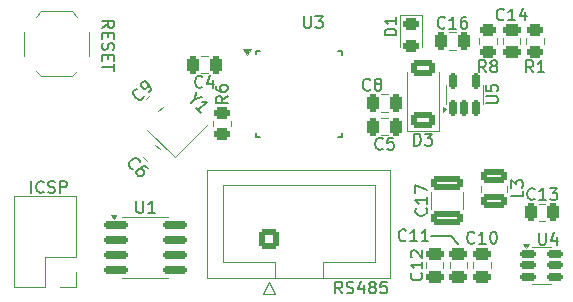
<source format=gto>
G04 #@! TF.GenerationSoftware,KiCad,Pcbnew,8.0.5*
G04 #@! TF.CreationDate,2024-09-14T16:18:36+01:00*
G04 #@! TF.ProjectId,RotationEncoder,526f7461-7469-46f6-9e45-6e636f646572,rev?*
G04 #@! TF.SameCoordinates,Original*
G04 #@! TF.FileFunction,Legend,Top*
G04 #@! TF.FilePolarity,Positive*
%FSLAX46Y46*%
G04 Gerber Fmt 4.6, Leading zero omitted, Abs format (unit mm)*
G04 Created by KiCad (PCBNEW 8.0.5) date 2024-09-14 16:18:36*
%MOMM*%
%LPD*%
G01*
G04 APERTURE LIST*
G04 Aperture macros list*
%AMRoundRect*
0 Rectangle with rounded corners*
0 $1 Rounding radius*
0 $2 $3 $4 $5 $6 $7 $8 $9 X,Y pos of 4 corners*
0 Add a 4 corners polygon primitive as box body*
4,1,4,$2,$3,$4,$5,$6,$7,$8,$9,$2,$3,0*
0 Add four circle primitives for the rounded corners*
1,1,$1+$1,$2,$3*
1,1,$1+$1,$4,$5*
1,1,$1+$1,$6,$7*
1,1,$1+$1,$8,$9*
0 Add four rect primitives between the rounded corners*
20,1,$1+$1,$2,$3,$4,$5,0*
20,1,$1+$1,$4,$5,$6,$7,0*
20,1,$1+$1,$6,$7,$8,$9,0*
20,1,$1+$1,$8,$9,$2,$3,0*%
%AMRotRect*
0 Rectangle, with rotation*
0 The origin of the aperture is its center*
0 $1 length*
0 $2 width*
0 $3 Rotation angle, in degrees counterclockwise*
0 Add horizontal line*
21,1,$1,$2,0,0,$3*%
G04 Aperture macros list end*
%ADD10C,0.150000*%
%ADD11C,0.120000*%
%ADD12RoundRect,0.250000X-0.250000X-0.475000X0.250000X-0.475000X0.250000X0.475000X-0.250000X0.475000X0*%
%ADD13RoundRect,0.250000X-0.475000X0.250000X-0.475000X-0.250000X0.475000X-0.250000X0.475000X0.250000X0*%
%ADD14RoundRect,0.243750X-0.456250X0.243750X-0.456250X-0.243750X0.456250X-0.243750X0.456250X0.243750X0*%
%ADD15C,3.200000*%
%ADD16RoundRect,0.150000X-0.512500X-0.150000X0.512500X-0.150000X0.512500X0.150000X-0.512500X0.150000X0*%
%ADD17RoundRect,0.250000X0.850000X-0.375000X0.850000X0.375000X-0.850000X0.375000X-0.850000X-0.375000X0*%
%ADD18RoundRect,0.150000X-0.825000X-0.150000X0.825000X-0.150000X0.825000X0.150000X-0.825000X0.150000X0*%
%ADD19RoundRect,0.250000X0.600000X-0.600000X0.600000X0.600000X-0.600000X0.600000X-0.600000X-0.600000X0*%
%ADD20C,1.700000*%
%ADD21RoundRect,0.150000X0.150000X-0.512500X0.150000X0.512500X-0.150000X0.512500X-0.150000X-0.512500X0*%
%ADD22RoundRect,0.250000X-0.159099X0.512652X-0.512652X0.159099X0.159099X-0.512652X0.512652X-0.159099X0*%
%ADD23RoundRect,0.250000X0.250000X0.475000X-0.250000X0.475000X-0.250000X-0.475000X0.250000X-0.475000X0*%
%ADD24RoundRect,0.250000X0.475000X-0.250000X0.475000X0.250000X-0.475000X0.250000X-0.475000X-0.250000X0*%
%ADD25RoundRect,0.250000X-0.450000X0.262500X-0.450000X-0.262500X0.450000X-0.262500X0.450000X0.262500X0*%
%ADD26RoundRect,0.250000X0.512652X0.159099X0.159099X0.512652X-0.512652X-0.159099X-0.159099X-0.512652X0*%
%ADD27R,1.600000X0.550000*%
%ADD28R,0.550000X1.600000*%
%ADD29RoundRect,0.250000X0.800000X-0.450000X0.800000X0.450000X-0.800000X0.450000X-0.800000X-0.450000X0*%
%ADD30RoundRect,0.250000X0.450000X-0.262500X0.450000X0.262500X-0.450000X0.262500X-0.450000X-0.262500X0*%
%ADD31RotRect,1.400000X1.200000X45.000000*%
%ADD32R,1.000000X0.750000*%
%ADD33R,1.700000X1.700000*%
%ADD34O,1.700000X1.700000*%
%ADD35RoundRect,0.250000X-1.100000X0.325000X-1.100000X-0.325000X1.100000X-0.325000X1.100000X0.325000X0*%
G04 APERTURE END LIST*
D10*
X157900000Y-99500000D02*
X158500000Y-100200000D01*
X156200000Y-99500000D02*
X157900000Y-99500000D01*
X128330180Y-81908207D02*
X128806371Y-81574874D01*
X128330180Y-81336779D02*
X129330180Y-81336779D01*
X129330180Y-81336779D02*
X129330180Y-81717731D01*
X129330180Y-81717731D02*
X129282561Y-81812969D01*
X129282561Y-81812969D02*
X129234942Y-81860588D01*
X129234942Y-81860588D02*
X129139704Y-81908207D01*
X129139704Y-81908207D02*
X128996847Y-81908207D01*
X128996847Y-81908207D02*
X128901609Y-81860588D01*
X128901609Y-81860588D02*
X128853990Y-81812969D01*
X128853990Y-81812969D02*
X128806371Y-81717731D01*
X128806371Y-81717731D02*
X128806371Y-81336779D01*
X128853990Y-82336779D02*
X128853990Y-82670112D01*
X128330180Y-82812969D02*
X128330180Y-82336779D01*
X128330180Y-82336779D02*
X129330180Y-82336779D01*
X129330180Y-82336779D02*
X129330180Y-82812969D01*
X128377800Y-83193922D02*
X128330180Y-83336779D01*
X128330180Y-83336779D02*
X128330180Y-83574874D01*
X128330180Y-83574874D02*
X128377800Y-83670112D01*
X128377800Y-83670112D02*
X128425419Y-83717731D01*
X128425419Y-83717731D02*
X128520657Y-83765350D01*
X128520657Y-83765350D02*
X128615895Y-83765350D01*
X128615895Y-83765350D02*
X128711133Y-83717731D01*
X128711133Y-83717731D02*
X128758752Y-83670112D01*
X128758752Y-83670112D02*
X128806371Y-83574874D01*
X128806371Y-83574874D02*
X128853990Y-83384398D01*
X128853990Y-83384398D02*
X128901609Y-83289160D01*
X128901609Y-83289160D02*
X128949228Y-83241541D01*
X128949228Y-83241541D02*
X129044466Y-83193922D01*
X129044466Y-83193922D02*
X129139704Y-83193922D01*
X129139704Y-83193922D02*
X129234942Y-83241541D01*
X129234942Y-83241541D02*
X129282561Y-83289160D01*
X129282561Y-83289160D02*
X129330180Y-83384398D01*
X129330180Y-83384398D02*
X129330180Y-83622493D01*
X129330180Y-83622493D02*
X129282561Y-83765350D01*
X128853990Y-84193922D02*
X128853990Y-84527255D01*
X128330180Y-84670112D02*
X128330180Y-84193922D01*
X128330180Y-84193922D02*
X129330180Y-84193922D01*
X129330180Y-84193922D02*
X129330180Y-84670112D01*
X129330180Y-84955827D02*
X129330180Y-85527255D01*
X128330180Y-85241541D02*
X129330180Y-85241541D01*
X148658207Y-104369819D02*
X148324874Y-103893628D01*
X148086779Y-104369819D02*
X148086779Y-103369819D01*
X148086779Y-103369819D02*
X148467731Y-103369819D01*
X148467731Y-103369819D02*
X148562969Y-103417438D01*
X148562969Y-103417438D02*
X148610588Y-103465057D01*
X148610588Y-103465057D02*
X148658207Y-103560295D01*
X148658207Y-103560295D02*
X148658207Y-103703152D01*
X148658207Y-103703152D02*
X148610588Y-103798390D01*
X148610588Y-103798390D02*
X148562969Y-103846009D01*
X148562969Y-103846009D02*
X148467731Y-103893628D01*
X148467731Y-103893628D02*
X148086779Y-103893628D01*
X149039160Y-104322200D02*
X149182017Y-104369819D01*
X149182017Y-104369819D02*
X149420112Y-104369819D01*
X149420112Y-104369819D02*
X149515350Y-104322200D01*
X149515350Y-104322200D02*
X149562969Y-104274580D01*
X149562969Y-104274580D02*
X149610588Y-104179342D01*
X149610588Y-104179342D02*
X149610588Y-104084104D01*
X149610588Y-104084104D02*
X149562969Y-103988866D01*
X149562969Y-103988866D02*
X149515350Y-103941247D01*
X149515350Y-103941247D02*
X149420112Y-103893628D01*
X149420112Y-103893628D02*
X149229636Y-103846009D01*
X149229636Y-103846009D02*
X149134398Y-103798390D01*
X149134398Y-103798390D02*
X149086779Y-103750771D01*
X149086779Y-103750771D02*
X149039160Y-103655533D01*
X149039160Y-103655533D02*
X149039160Y-103560295D01*
X149039160Y-103560295D02*
X149086779Y-103465057D01*
X149086779Y-103465057D02*
X149134398Y-103417438D01*
X149134398Y-103417438D02*
X149229636Y-103369819D01*
X149229636Y-103369819D02*
X149467731Y-103369819D01*
X149467731Y-103369819D02*
X149610588Y-103417438D01*
X150467731Y-103703152D02*
X150467731Y-104369819D01*
X150229636Y-103322200D02*
X149991541Y-104036485D01*
X149991541Y-104036485D02*
X150610588Y-104036485D01*
X151134398Y-103798390D02*
X151039160Y-103750771D01*
X151039160Y-103750771D02*
X150991541Y-103703152D01*
X150991541Y-103703152D02*
X150943922Y-103607914D01*
X150943922Y-103607914D02*
X150943922Y-103560295D01*
X150943922Y-103560295D02*
X150991541Y-103465057D01*
X150991541Y-103465057D02*
X151039160Y-103417438D01*
X151039160Y-103417438D02*
X151134398Y-103369819D01*
X151134398Y-103369819D02*
X151324874Y-103369819D01*
X151324874Y-103369819D02*
X151420112Y-103417438D01*
X151420112Y-103417438D02*
X151467731Y-103465057D01*
X151467731Y-103465057D02*
X151515350Y-103560295D01*
X151515350Y-103560295D02*
X151515350Y-103607914D01*
X151515350Y-103607914D02*
X151467731Y-103703152D01*
X151467731Y-103703152D02*
X151420112Y-103750771D01*
X151420112Y-103750771D02*
X151324874Y-103798390D01*
X151324874Y-103798390D02*
X151134398Y-103798390D01*
X151134398Y-103798390D02*
X151039160Y-103846009D01*
X151039160Y-103846009D02*
X150991541Y-103893628D01*
X150991541Y-103893628D02*
X150943922Y-103988866D01*
X150943922Y-103988866D02*
X150943922Y-104179342D01*
X150943922Y-104179342D02*
X150991541Y-104274580D01*
X150991541Y-104274580D02*
X151039160Y-104322200D01*
X151039160Y-104322200D02*
X151134398Y-104369819D01*
X151134398Y-104369819D02*
X151324874Y-104369819D01*
X151324874Y-104369819D02*
X151420112Y-104322200D01*
X151420112Y-104322200D02*
X151467731Y-104274580D01*
X151467731Y-104274580D02*
X151515350Y-104179342D01*
X151515350Y-104179342D02*
X151515350Y-103988866D01*
X151515350Y-103988866D02*
X151467731Y-103893628D01*
X151467731Y-103893628D02*
X151420112Y-103846009D01*
X151420112Y-103846009D02*
X151324874Y-103798390D01*
X152420112Y-103369819D02*
X151943922Y-103369819D01*
X151943922Y-103369819D02*
X151896303Y-103846009D01*
X151896303Y-103846009D02*
X151943922Y-103798390D01*
X151943922Y-103798390D02*
X152039160Y-103750771D01*
X152039160Y-103750771D02*
X152277255Y-103750771D01*
X152277255Y-103750771D02*
X152372493Y-103798390D01*
X152372493Y-103798390D02*
X152420112Y-103846009D01*
X152420112Y-103846009D02*
X152467731Y-103941247D01*
X152467731Y-103941247D02*
X152467731Y-104179342D01*
X152467731Y-104179342D02*
X152420112Y-104274580D01*
X152420112Y-104274580D02*
X152372493Y-104322200D01*
X152372493Y-104322200D02*
X152277255Y-104369819D01*
X152277255Y-104369819D02*
X152039160Y-104369819D01*
X152039160Y-104369819D02*
X151943922Y-104322200D01*
X151943922Y-104322200D02*
X151896303Y-104274580D01*
X122336779Y-95869819D02*
X122336779Y-94869819D01*
X123384397Y-95774580D02*
X123336778Y-95822200D01*
X123336778Y-95822200D02*
X123193921Y-95869819D01*
X123193921Y-95869819D02*
X123098683Y-95869819D01*
X123098683Y-95869819D02*
X122955826Y-95822200D01*
X122955826Y-95822200D02*
X122860588Y-95726961D01*
X122860588Y-95726961D02*
X122812969Y-95631723D01*
X122812969Y-95631723D02*
X122765350Y-95441247D01*
X122765350Y-95441247D02*
X122765350Y-95298390D01*
X122765350Y-95298390D02*
X122812969Y-95107914D01*
X122812969Y-95107914D02*
X122860588Y-95012676D01*
X122860588Y-95012676D02*
X122955826Y-94917438D01*
X122955826Y-94917438D02*
X123098683Y-94869819D01*
X123098683Y-94869819D02*
X123193921Y-94869819D01*
X123193921Y-94869819D02*
X123336778Y-94917438D01*
X123336778Y-94917438D02*
X123384397Y-94965057D01*
X123765350Y-95822200D02*
X123908207Y-95869819D01*
X123908207Y-95869819D02*
X124146302Y-95869819D01*
X124146302Y-95869819D02*
X124241540Y-95822200D01*
X124241540Y-95822200D02*
X124289159Y-95774580D01*
X124289159Y-95774580D02*
X124336778Y-95679342D01*
X124336778Y-95679342D02*
X124336778Y-95584104D01*
X124336778Y-95584104D02*
X124289159Y-95488866D01*
X124289159Y-95488866D02*
X124241540Y-95441247D01*
X124241540Y-95441247D02*
X124146302Y-95393628D01*
X124146302Y-95393628D02*
X123955826Y-95346009D01*
X123955826Y-95346009D02*
X123860588Y-95298390D01*
X123860588Y-95298390D02*
X123812969Y-95250771D01*
X123812969Y-95250771D02*
X123765350Y-95155533D01*
X123765350Y-95155533D02*
X123765350Y-95060295D01*
X123765350Y-95060295D02*
X123812969Y-94965057D01*
X123812969Y-94965057D02*
X123860588Y-94917438D01*
X123860588Y-94917438D02*
X123955826Y-94869819D01*
X123955826Y-94869819D02*
X124193921Y-94869819D01*
X124193921Y-94869819D02*
X124336778Y-94917438D01*
X124765350Y-95869819D02*
X124765350Y-94869819D01*
X124765350Y-94869819D02*
X125146302Y-94869819D01*
X125146302Y-94869819D02*
X125241540Y-94917438D01*
X125241540Y-94917438D02*
X125289159Y-94965057D01*
X125289159Y-94965057D02*
X125336778Y-95060295D01*
X125336778Y-95060295D02*
X125336778Y-95203152D01*
X125336778Y-95203152D02*
X125289159Y-95298390D01*
X125289159Y-95298390D02*
X125241540Y-95346009D01*
X125241540Y-95346009D02*
X125146302Y-95393628D01*
X125146302Y-95393628D02*
X124765350Y-95393628D01*
X152083333Y-92109580D02*
X152035714Y-92157200D01*
X152035714Y-92157200D02*
X151892857Y-92204819D01*
X151892857Y-92204819D02*
X151797619Y-92204819D01*
X151797619Y-92204819D02*
X151654762Y-92157200D01*
X151654762Y-92157200D02*
X151559524Y-92061961D01*
X151559524Y-92061961D02*
X151511905Y-91966723D01*
X151511905Y-91966723D02*
X151464286Y-91776247D01*
X151464286Y-91776247D02*
X151464286Y-91633390D01*
X151464286Y-91633390D02*
X151511905Y-91442914D01*
X151511905Y-91442914D02*
X151559524Y-91347676D01*
X151559524Y-91347676D02*
X151654762Y-91252438D01*
X151654762Y-91252438D02*
X151797619Y-91204819D01*
X151797619Y-91204819D02*
X151892857Y-91204819D01*
X151892857Y-91204819D02*
X152035714Y-91252438D01*
X152035714Y-91252438D02*
X152083333Y-91300057D01*
X152988095Y-91204819D02*
X152511905Y-91204819D01*
X152511905Y-91204819D02*
X152464286Y-91681009D01*
X152464286Y-91681009D02*
X152511905Y-91633390D01*
X152511905Y-91633390D02*
X152607143Y-91585771D01*
X152607143Y-91585771D02*
X152845238Y-91585771D01*
X152845238Y-91585771D02*
X152940476Y-91633390D01*
X152940476Y-91633390D02*
X152988095Y-91681009D01*
X152988095Y-91681009D02*
X153035714Y-91776247D01*
X153035714Y-91776247D02*
X153035714Y-92014342D01*
X153035714Y-92014342D02*
X152988095Y-92109580D01*
X152988095Y-92109580D02*
X152940476Y-92157200D01*
X152940476Y-92157200D02*
X152845238Y-92204819D01*
X152845238Y-92204819D02*
X152607143Y-92204819D01*
X152607143Y-92204819D02*
X152511905Y-92157200D01*
X152511905Y-92157200D02*
X152464286Y-92109580D01*
X162357142Y-81159580D02*
X162309523Y-81207200D01*
X162309523Y-81207200D02*
X162166666Y-81254819D01*
X162166666Y-81254819D02*
X162071428Y-81254819D01*
X162071428Y-81254819D02*
X161928571Y-81207200D01*
X161928571Y-81207200D02*
X161833333Y-81111961D01*
X161833333Y-81111961D02*
X161785714Y-81016723D01*
X161785714Y-81016723D02*
X161738095Y-80826247D01*
X161738095Y-80826247D02*
X161738095Y-80683390D01*
X161738095Y-80683390D02*
X161785714Y-80492914D01*
X161785714Y-80492914D02*
X161833333Y-80397676D01*
X161833333Y-80397676D02*
X161928571Y-80302438D01*
X161928571Y-80302438D02*
X162071428Y-80254819D01*
X162071428Y-80254819D02*
X162166666Y-80254819D01*
X162166666Y-80254819D02*
X162309523Y-80302438D01*
X162309523Y-80302438D02*
X162357142Y-80350057D01*
X163309523Y-81254819D02*
X162738095Y-81254819D01*
X163023809Y-81254819D02*
X163023809Y-80254819D01*
X163023809Y-80254819D02*
X162928571Y-80397676D01*
X162928571Y-80397676D02*
X162833333Y-80492914D01*
X162833333Y-80492914D02*
X162738095Y-80540533D01*
X164166666Y-80588152D02*
X164166666Y-81254819D01*
X163928571Y-80207200D02*
X163690476Y-80921485D01*
X163690476Y-80921485D02*
X164309523Y-80921485D01*
X153254819Y-82538094D02*
X152254819Y-82538094D01*
X152254819Y-82538094D02*
X152254819Y-82299999D01*
X152254819Y-82299999D02*
X152302438Y-82157142D01*
X152302438Y-82157142D02*
X152397676Y-82061904D01*
X152397676Y-82061904D02*
X152492914Y-82014285D01*
X152492914Y-82014285D02*
X152683390Y-81966666D01*
X152683390Y-81966666D02*
X152826247Y-81966666D01*
X152826247Y-81966666D02*
X153016723Y-82014285D01*
X153016723Y-82014285D02*
X153111961Y-82061904D01*
X153111961Y-82061904D02*
X153207200Y-82157142D01*
X153207200Y-82157142D02*
X153254819Y-82299999D01*
X153254819Y-82299999D02*
X153254819Y-82538094D01*
X153254819Y-81014285D02*
X153254819Y-81585713D01*
X153254819Y-81299999D02*
X152254819Y-81299999D01*
X152254819Y-81299999D02*
X152397676Y-81395237D01*
X152397676Y-81395237D02*
X152492914Y-81490475D01*
X152492914Y-81490475D02*
X152540533Y-81585713D01*
X165338095Y-99254819D02*
X165338095Y-100064342D01*
X165338095Y-100064342D02*
X165385714Y-100159580D01*
X165385714Y-100159580D02*
X165433333Y-100207200D01*
X165433333Y-100207200D02*
X165528571Y-100254819D01*
X165528571Y-100254819D02*
X165719047Y-100254819D01*
X165719047Y-100254819D02*
X165814285Y-100207200D01*
X165814285Y-100207200D02*
X165861904Y-100159580D01*
X165861904Y-100159580D02*
X165909523Y-100064342D01*
X165909523Y-100064342D02*
X165909523Y-99254819D01*
X166814285Y-99588152D02*
X166814285Y-100254819D01*
X166576190Y-99207200D02*
X166338095Y-99921485D01*
X166338095Y-99921485D02*
X166957142Y-99921485D01*
X163954819Y-95666666D02*
X163954819Y-96142856D01*
X163954819Y-96142856D02*
X162954819Y-96142856D01*
X162954819Y-95428570D02*
X162954819Y-94809523D01*
X162954819Y-94809523D02*
X163335771Y-95142856D01*
X163335771Y-95142856D02*
X163335771Y-94999999D01*
X163335771Y-94999999D02*
X163383390Y-94904761D01*
X163383390Y-94904761D02*
X163431009Y-94857142D01*
X163431009Y-94857142D02*
X163526247Y-94809523D01*
X163526247Y-94809523D02*
X163764342Y-94809523D01*
X163764342Y-94809523D02*
X163859580Y-94857142D01*
X163859580Y-94857142D02*
X163907200Y-94904761D01*
X163907200Y-94904761D02*
X163954819Y-94999999D01*
X163954819Y-94999999D02*
X163954819Y-95285713D01*
X163954819Y-95285713D02*
X163907200Y-95380951D01*
X163907200Y-95380951D02*
X163859580Y-95428570D01*
X131238095Y-96554819D02*
X131238095Y-97364342D01*
X131238095Y-97364342D02*
X131285714Y-97459580D01*
X131285714Y-97459580D02*
X131333333Y-97507200D01*
X131333333Y-97507200D02*
X131428571Y-97554819D01*
X131428571Y-97554819D02*
X131619047Y-97554819D01*
X131619047Y-97554819D02*
X131714285Y-97507200D01*
X131714285Y-97507200D02*
X131761904Y-97459580D01*
X131761904Y-97459580D02*
X131809523Y-97364342D01*
X131809523Y-97364342D02*
X131809523Y-96554819D01*
X132809523Y-97554819D02*
X132238095Y-97554819D01*
X132523809Y-97554819D02*
X132523809Y-96554819D01*
X132523809Y-96554819D02*
X132428571Y-96697676D01*
X132428571Y-96697676D02*
X132333333Y-96792914D01*
X132333333Y-96792914D02*
X132238095Y-96840533D01*
X160854819Y-88261904D02*
X161664342Y-88261904D01*
X161664342Y-88261904D02*
X161759580Y-88214285D01*
X161759580Y-88214285D02*
X161807200Y-88166666D01*
X161807200Y-88166666D02*
X161854819Y-88071428D01*
X161854819Y-88071428D02*
X161854819Y-87880952D01*
X161854819Y-87880952D02*
X161807200Y-87785714D01*
X161807200Y-87785714D02*
X161759580Y-87738095D01*
X161759580Y-87738095D02*
X161664342Y-87690476D01*
X161664342Y-87690476D02*
X160854819Y-87690476D01*
X160854819Y-86738095D02*
X160854819Y-87214285D01*
X160854819Y-87214285D02*
X161331009Y-87261904D01*
X161331009Y-87261904D02*
X161283390Y-87214285D01*
X161283390Y-87214285D02*
X161235771Y-87119047D01*
X161235771Y-87119047D02*
X161235771Y-86880952D01*
X161235771Y-86880952D02*
X161283390Y-86785714D01*
X161283390Y-86785714D02*
X161331009Y-86738095D01*
X161331009Y-86738095D02*
X161426247Y-86690476D01*
X161426247Y-86690476D02*
X161664342Y-86690476D01*
X161664342Y-86690476D02*
X161759580Y-86738095D01*
X161759580Y-86738095D02*
X161807200Y-86785714D01*
X161807200Y-86785714D02*
X161854819Y-86880952D01*
X161854819Y-86880952D02*
X161854819Y-87119047D01*
X161854819Y-87119047D02*
X161807200Y-87214285D01*
X161807200Y-87214285D02*
X161759580Y-87261904D01*
X131886411Y-87622112D02*
X131886411Y-87689456D01*
X131886411Y-87689456D02*
X131819067Y-87824143D01*
X131819067Y-87824143D02*
X131751724Y-87891486D01*
X131751724Y-87891486D02*
X131617037Y-87958830D01*
X131617037Y-87958830D02*
X131482350Y-87958830D01*
X131482350Y-87958830D02*
X131381335Y-87925158D01*
X131381335Y-87925158D02*
X131212976Y-87824143D01*
X131212976Y-87824143D02*
X131111961Y-87723128D01*
X131111961Y-87723128D02*
X131010945Y-87554769D01*
X131010945Y-87554769D02*
X130977274Y-87453754D01*
X130977274Y-87453754D02*
X130977274Y-87319067D01*
X130977274Y-87319067D02*
X131044617Y-87184380D01*
X131044617Y-87184380D02*
X131111961Y-87117036D01*
X131111961Y-87117036D02*
X131246648Y-87049693D01*
X131246648Y-87049693D02*
X131313991Y-87049693D01*
X132290472Y-87352738D02*
X132425159Y-87218051D01*
X132425159Y-87218051D02*
X132458831Y-87117036D01*
X132458831Y-87117036D02*
X132458831Y-87049693D01*
X132458831Y-87049693D02*
X132425159Y-86881334D01*
X132425159Y-86881334D02*
X132324144Y-86712975D01*
X132324144Y-86712975D02*
X132054770Y-86443601D01*
X132054770Y-86443601D02*
X131953754Y-86409929D01*
X131953754Y-86409929D02*
X131886411Y-86409929D01*
X131886411Y-86409929D02*
X131785396Y-86443601D01*
X131785396Y-86443601D02*
X131650709Y-86578288D01*
X131650709Y-86578288D02*
X131617037Y-86679303D01*
X131617037Y-86679303D02*
X131617037Y-86746647D01*
X131617037Y-86746647D02*
X131650709Y-86847662D01*
X131650709Y-86847662D02*
X131819067Y-87016021D01*
X131819067Y-87016021D02*
X131920083Y-87049693D01*
X131920083Y-87049693D02*
X131987426Y-87049693D01*
X131987426Y-87049693D02*
X132088441Y-87016021D01*
X132088441Y-87016021D02*
X132223128Y-86881334D01*
X132223128Y-86881334D02*
X132256800Y-86780319D01*
X132256800Y-86780319D02*
X132256800Y-86712975D01*
X132256800Y-86712975D02*
X132223128Y-86611960D01*
X164957142Y-96359580D02*
X164909523Y-96407200D01*
X164909523Y-96407200D02*
X164766666Y-96454819D01*
X164766666Y-96454819D02*
X164671428Y-96454819D01*
X164671428Y-96454819D02*
X164528571Y-96407200D01*
X164528571Y-96407200D02*
X164433333Y-96311961D01*
X164433333Y-96311961D02*
X164385714Y-96216723D01*
X164385714Y-96216723D02*
X164338095Y-96026247D01*
X164338095Y-96026247D02*
X164338095Y-95883390D01*
X164338095Y-95883390D02*
X164385714Y-95692914D01*
X164385714Y-95692914D02*
X164433333Y-95597676D01*
X164433333Y-95597676D02*
X164528571Y-95502438D01*
X164528571Y-95502438D02*
X164671428Y-95454819D01*
X164671428Y-95454819D02*
X164766666Y-95454819D01*
X164766666Y-95454819D02*
X164909523Y-95502438D01*
X164909523Y-95502438D02*
X164957142Y-95550057D01*
X165909523Y-96454819D02*
X165338095Y-96454819D01*
X165623809Y-96454819D02*
X165623809Y-95454819D01*
X165623809Y-95454819D02*
X165528571Y-95597676D01*
X165528571Y-95597676D02*
X165433333Y-95692914D01*
X165433333Y-95692914D02*
X165338095Y-95740533D01*
X166242857Y-95454819D02*
X166861904Y-95454819D01*
X166861904Y-95454819D02*
X166528571Y-95835771D01*
X166528571Y-95835771D02*
X166671428Y-95835771D01*
X166671428Y-95835771D02*
X166766666Y-95883390D01*
X166766666Y-95883390D02*
X166814285Y-95931009D01*
X166814285Y-95931009D02*
X166861904Y-96026247D01*
X166861904Y-96026247D02*
X166861904Y-96264342D01*
X166861904Y-96264342D02*
X166814285Y-96359580D01*
X166814285Y-96359580D02*
X166766666Y-96407200D01*
X166766666Y-96407200D02*
X166671428Y-96454819D01*
X166671428Y-96454819D02*
X166385714Y-96454819D01*
X166385714Y-96454819D02*
X166290476Y-96407200D01*
X166290476Y-96407200D02*
X166242857Y-96359580D01*
X155359580Y-102642857D02*
X155407200Y-102690476D01*
X155407200Y-102690476D02*
X155454819Y-102833333D01*
X155454819Y-102833333D02*
X155454819Y-102928571D01*
X155454819Y-102928571D02*
X155407200Y-103071428D01*
X155407200Y-103071428D02*
X155311961Y-103166666D01*
X155311961Y-103166666D02*
X155216723Y-103214285D01*
X155216723Y-103214285D02*
X155026247Y-103261904D01*
X155026247Y-103261904D02*
X154883390Y-103261904D01*
X154883390Y-103261904D02*
X154692914Y-103214285D01*
X154692914Y-103214285D02*
X154597676Y-103166666D01*
X154597676Y-103166666D02*
X154502438Y-103071428D01*
X154502438Y-103071428D02*
X154454819Y-102928571D01*
X154454819Y-102928571D02*
X154454819Y-102833333D01*
X154454819Y-102833333D02*
X154502438Y-102690476D01*
X154502438Y-102690476D02*
X154550057Y-102642857D01*
X155454819Y-101690476D02*
X155454819Y-102261904D01*
X155454819Y-101976190D02*
X154454819Y-101976190D01*
X154454819Y-101976190D02*
X154597676Y-102071428D01*
X154597676Y-102071428D02*
X154692914Y-102166666D01*
X154692914Y-102166666D02*
X154740533Y-102261904D01*
X154550057Y-101309523D02*
X154502438Y-101261904D01*
X154502438Y-101261904D02*
X154454819Y-101166666D01*
X154454819Y-101166666D02*
X154454819Y-100928571D01*
X154454819Y-100928571D02*
X154502438Y-100833333D01*
X154502438Y-100833333D02*
X154550057Y-100785714D01*
X154550057Y-100785714D02*
X154645295Y-100738095D01*
X154645295Y-100738095D02*
X154740533Y-100738095D01*
X154740533Y-100738095D02*
X154883390Y-100785714D01*
X154883390Y-100785714D02*
X155454819Y-101357142D01*
X155454819Y-101357142D02*
X155454819Y-100738095D01*
X157357142Y-81859580D02*
X157309523Y-81907200D01*
X157309523Y-81907200D02*
X157166666Y-81954819D01*
X157166666Y-81954819D02*
X157071428Y-81954819D01*
X157071428Y-81954819D02*
X156928571Y-81907200D01*
X156928571Y-81907200D02*
X156833333Y-81811961D01*
X156833333Y-81811961D02*
X156785714Y-81716723D01*
X156785714Y-81716723D02*
X156738095Y-81526247D01*
X156738095Y-81526247D02*
X156738095Y-81383390D01*
X156738095Y-81383390D02*
X156785714Y-81192914D01*
X156785714Y-81192914D02*
X156833333Y-81097676D01*
X156833333Y-81097676D02*
X156928571Y-81002438D01*
X156928571Y-81002438D02*
X157071428Y-80954819D01*
X157071428Y-80954819D02*
X157166666Y-80954819D01*
X157166666Y-80954819D02*
X157309523Y-81002438D01*
X157309523Y-81002438D02*
X157357142Y-81050057D01*
X158309523Y-81954819D02*
X157738095Y-81954819D01*
X158023809Y-81954819D02*
X158023809Y-80954819D01*
X158023809Y-80954819D02*
X157928571Y-81097676D01*
X157928571Y-81097676D02*
X157833333Y-81192914D01*
X157833333Y-81192914D02*
X157738095Y-81240533D01*
X159166666Y-80954819D02*
X158976190Y-80954819D01*
X158976190Y-80954819D02*
X158880952Y-81002438D01*
X158880952Y-81002438D02*
X158833333Y-81050057D01*
X158833333Y-81050057D02*
X158738095Y-81192914D01*
X158738095Y-81192914D02*
X158690476Y-81383390D01*
X158690476Y-81383390D02*
X158690476Y-81764342D01*
X158690476Y-81764342D02*
X158738095Y-81859580D01*
X158738095Y-81859580D02*
X158785714Y-81907200D01*
X158785714Y-81907200D02*
X158880952Y-81954819D01*
X158880952Y-81954819D02*
X159071428Y-81954819D01*
X159071428Y-81954819D02*
X159166666Y-81907200D01*
X159166666Y-81907200D02*
X159214285Y-81859580D01*
X159214285Y-81859580D02*
X159261904Y-81764342D01*
X159261904Y-81764342D02*
X159261904Y-81526247D01*
X159261904Y-81526247D02*
X159214285Y-81431009D01*
X159214285Y-81431009D02*
X159166666Y-81383390D01*
X159166666Y-81383390D02*
X159071428Y-81335771D01*
X159071428Y-81335771D02*
X158880952Y-81335771D01*
X158880952Y-81335771D02*
X158785714Y-81383390D01*
X158785714Y-81383390D02*
X158738095Y-81431009D01*
X158738095Y-81431009D02*
X158690476Y-81526247D01*
X164833333Y-85654819D02*
X164500000Y-85178628D01*
X164261905Y-85654819D02*
X164261905Y-84654819D01*
X164261905Y-84654819D02*
X164642857Y-84654819D01*
X164642857Y-84654819D02*
X164738095Y-84702438D01*
X164738095Y-84702438D02*
X164785714Y-84750057D01*
X164785714Y-84750057D02*
X164833333Y-84845295D01*
X164833333Y-84845295D02*
X164833333Y-84988152D01*
X164833333Y-84988152D02*
X164785714Y-85083390D01*
X164785714Y-85083390D02*
X164738095Y-85131009D01*
X164738095Y-85131009D02*
X164642857Y-85178628D01*
X164642857Y-85178628D02*
X164261905Y-85178628D01*
X165785714Y-85654819D02*
X165214286Y-85654819D01*
X165500000Y-85654819D02*
X165500000Y-84654819D01*
X165500000Y-84654819D02*
X165404762Y-84797676D01*
X165404762Y-84797676D02*
X165309524Y-84892914D01*
X165309524Y-84892914D02*
X165214286Y-84940533D01*
X130939948Y-93824350D02*
X130872604Y-93824350D01*
X130872604Y-93824350D02*
X130737917Y-93757006D01*
X130737917Y-93757006D02*
X130670574Y-93689663D01*
X130670574Y-93689663D02*
X130603230Y-93554976D01*
X130603230Y-93554976D02*
X130603230Y-93420289D01*
X130603230Y-93420289D02*
X130636902Y-93319274D01*
X130636902Y-93319274D02*
X130737917Y-93150915D01*
X130737917Y-93150915D02*
X130838932Y-93049900D01*
X130838932Y-93049900D02*
X131007291Y-92948884D01*
X131007291Y-92948884D02*
X131108306Y-92915213D01*
X131108306Y-92915213D02*
X131242993Y-92915213D01*
X131242993Y-92915213D02*
X131377680Y-92982556D01*
X131377680Y-92982556D02*
X131445024Y-93049900D01*
X131445024Y-93049900D02*
X131512367Y-93184587D01*
X131512367Y-93184587D02*
X131512367Y-93251930D01*
X132185802Y-93790678D02*
X132051115Y-93655991D01*
X132051115Y-93655991D02*
X131950100Y-93622319D01*
X131950100Y-93622319D02*
X131882757Y-93622319D01*
X131882757Y-93622319D02*
X131714398Y-93655991D01*
X131714398Y-93655991D02*
X131546039Y-93757006D01*
X131546039Y-93757006D02*
X131276665Y-94026380D01*
X131276665Y-94026380D02*
X131242993Y-94127396D01*
X131242993Y-94127396D02*
X131242993Y-94194739D01*
X131242993Y-94194739D02*
X131276665Y-94295754D01*
X131276665Y-94295754D02*
X131411352Y-94430441D01*
X131411352Y-94430441D02*
X131512367Y-94464113D01*
X131512367Y-94464113D02*
X131579711Y-94464113D01*
X131579711Y-94464113D02*
X131680726Y-94430441D01*
X131680726Y-94430441D02*
X131849085Y-94262083D01*
X131849085Y-94262083D02*
X131882757Y-94161067D01*
X131882757Y-94161067D02*
X131882757Y-94093724D01*
X131882757Y-94093724D02*
X131849085Y-93992709D01*
X131849085Y-93992709D02*
X131714398Y-93858022D01*
X131714398Y-93858022D02*
X131613383Y-93824350D01*
X131613383Y-93824350D02*
X131546039Y-93824350D01*
X131546039Y-93824350D02*
X131445024Y-93858022D01*
X145438095Y-80904819D02*
X145438095Y-81714342D01*
X145438095Y-81714342D02*
X145485714Y-81809580D01*
X145485714Y-81809580D02*
X145533333Y-81857200D01*
X145533333Y-81857200D02*
X145628571Y-81904819D01*
X145628571Y-81904819D02*
X145819047Y-81904819D01*
X145819047Y-81904819D02*
X145914285Y-81857200D01*
X145914285Y-81857200D02*
X145961904Y-81809580D01*
X145961904Y-81809580D02*
X146009523Y-81714342D01*
X146009523Y-81714342D02*
X146009523Y-80904819D01*
X146390476Y-80904819D02*
X147009523Y-80904819D01*
X147009523Y-80904819D02*
X146676190Y-81285771D01*
X146676190Y-81285771D02*
X146819047Y-81285771D01*
X146819047Y-81285771D02*
X146914285Y-81333390D01*
X146914285Y-81333390D02*
X146961904Y-81381009D01*
X146961904Y-81381009D02*
X147009523Y-81476247D01*
X147009523Y-81476247D02*
X147009523Y-81714342D01*
X147009523Y-81714342D02*
X146961904Y-81809580D01*
X146961904Y-81809580D02*
X146914285Y-81857200D01*
X146914285Y-81857200D02*
X146819047Y-81904819D01*
X146819047Y-81904819D02*
X146533333Y-81904819D01*
X146533333Y-81904819D02*
X146438095Y-81857200D01*
X146438095Y-81857200D02*
X146390476Y-81809580D01*
X154761905Y-91854819D02*
X154761905Y-90854819D01*
X154761905Y-90854819D02*
X155000000Y-90854819D01*
X155000000Y-90854819D02*
X155142857Y-90902438D01*
X155142857Y-90902438D02*
X155238095Y-90997676D01*
X155238095Y-90997676D02*
X155285714Y-91092914D01*
X155285714Y-91092914D02*
X155333333Y-91283390D01*
X155333333Y-91283390D02*
X155333333Y-91426247D01*
X155333333Y-91426247D02*
X155285714Y-91616723D01*
X155285714Y-91616723D02*
X155238095Y-91711961D01*
X155238095Y-91711961D02*
X155142857Y-91807200D01*
X155142857Y-91807200D02*
X155000000Y-91854819D01*
X155000000Y-91854819D02*
X154761905Y-91854819D01*
X155666667Y-90854819D02*
X156285714Y-90854819D01*
X156285714Y-90854819D02*
X155952381Y-91235771D01*
X155952381Y-91235771D02*
X156095238Y-91235771D01*
X156095238Y-91235771D02*
X156190476Y-91283390D01*
X156190476Y-91283390D02*
X156238095Y-91331009D01*
X156238095Y-91331009D02*
X156285714Y-91426247D01*
X156285714Y-91426247D02*
X156285714Y-91664342D01*
X156285714Y-91664342D02*
X156238095Y-91759580D01*
X156238095Y-91759580D02*
X156190476Y-91807200D01*
X156190476Y-91807200D02*
X156095238Y-91854819D01*
X156095238Y-91854819D02*
X155809524Y-91854819D01*
X155809524Y-91854819D02*
X155714286Y-91807200D01*
X155714286Y-91807200D02*
X155666667Y-91759580D01*
X154057142Y-99859580D02*
X154009523Y-99907200D01*
X154009523Y-99907200D02*
X153866666Y-99954819D01*
X153866666Y-99954819D02*
X153771428Y-99954819D01*
X153771428Y-99954819D02*
X153628571Y-99907200D01*
X153628571Y-99907200D02*
X153533333Y-99811961D01*
X153533333Y-99811961D02*
X153485714Y-99716723D01*
X153485714Y-99716723D02*
X153438095Y-99526247D01*
X153438095Y-99526247D02*
X153438095Y-99383390D01*
X153438095Y-99383390D02*
X153485714Y-99192914D01*
X153485714Y-99192914D02*
X153533333Y-99097676D01*
X153533333Y-99097676D02*
X153628571Y-99002438D01*
X153628571Y-99002438D02*
X153771428Y-98954819D01*
X153771428Y-98954819D02*
X153866666Y-98954819D01*
X153866666Y-98954819D02*
X154009523Y-99002438D01*
X154009523Y-99002438D02*
X154057142Y-99050057D01*
X155009523Y-99954819D02*
X154438095Y-99954819D01*
X154723809Y-99954819D02*
X154723809Y-98954819D01*
X154723809Y-98954819D02*
X154628571Y-99097676D01*
X154628571Y-99097676D02*
X154533333Y-99192914D01*
X154533333Y-99192914D02*
X154438095Y-99240533D01*
X155961904Y-99954819D02*
X155390476Y-99954819D01*
X155676190Y-99954819D02*
X155676190Y-98954819D01*
X155676190Y-98954819D02*
X155580952Y-99097676D01*
X155580952Y-99097676D02*
X155485714Y-99192914D01*
X155485714Y-99192914D02*
X155390476Y-99240533D01*
X138954819Y-87666666D02*
X138478628Y-87999999D01*
X138954819Y-88238094D02*
X137954819Y-88238094D01*
X137954819Y-88238094D02*
X137954819Y-87857142D01*
X137954819Y-87857142D02*
X138002438Y-87761904D01*
X138002438Y-87761904D02*
X138050057Y-87714285D01*
X138050057Y-87714285D02*
X138145295Y-87666666D01*
X138145295Y-87666666D02*
X138288152Y-87666666D01*
X138288152Y-87666666D02*
X138383390Y-87714285D01*
X138383390Y-87714285D02*
X138431009Y-87761904D01*
X138431009Y-87761904D02*
X138478628Y-87857142D01*
X138478628Y-87857142D02*
X138478628Y-88238094D01*
X137954819Y-86809523D02*
X137954819Y-86999999D01*
X137954819Y-86999999D02*
X138002438Y-87095237D01*
X138002438Y-87095237D02*
X138050057Y-87142856D01*
X138050057Y-87142856D02*
X138192914Y-87238094D01*
X138192914Y-87238094D02*
X138383390Y-87285713D01*
X138383390Y-87285713D02*
X138764342Y-87285713D01*
X138764342Y-87285713D02*
X138859580Y-87238094D01*
X138859580Y-87238094D02*
X138907200Y-87190475D01*
X138907200Y-87190475D02*
X138954819Y-87095237D01*
X138954819Y-87095237D02*
X138954819Y-86904761D01*
X138954819Y-86904761D02*
X138907200Y-86809523D01*
X138907200Y-86809523D02*
X138859580Y-86761904D01*
X138859580Y-86761904D02*
X138764342Y-86714285D01*
X138764342Y-86714285D02*
X138526247Y-86714285D01*
X138526247Y-86714285D02*
X138431009Y-86761904D01*
X138431009Y-86761904D02*
X138383390Y-86809523D01*
X138383390Y-86809523D02*
X138335771Y-86904761D01*
X138335771Y-86904761D02*
X138335771Y-87095237D01*
X138335771Y-87095237D02*
X138383390Y-87190475D01*
X138383390Y-87190475D02*
X138431009Y-87238094D01*
X138431009Y-87238094D02*
X138526247Y-87285713D01*
X136178393Y-87898170D02*
X135841675Y-88234888D01*
X136313080Y-87292079D02*
X136178393Y-87898170D01*
X136178393Y-87898170D02*
X136784484Y-87763483D01*
X136683469Y-89076681D02*
X136279408Y-88672620D01*
X136481439Y-88874651D02*
X137188545Y-88167544D01*
X137188545Y-88167544D02*
X137020187Y-88201216D01*
X137020187Y-88201216D02*
X136885500Y-88201216D01*
X136885500Y-88201216D02*
X136784484Y-88167544D01*
X155759580Y-97167857D02*
X155807200Y-97215476D01*
X155807200Y-97215476D02*
X155854819Y-97358333D01*
X155854819Y-97358333D02*
X155854819Y-97453571D01*
X155854819Y-97453571D02*
X155807200Y-97596428D01*
X155807200Y-97596428D02*
X155711961Y-97691666D01*
X155711961Y-97691666D02*
X155616723Y-97739285D01*
X155616723Y-97739285D02*
X155426247Y-97786904D01*
X155426247Y-97786904D02*
X155283390Y-97786904D01*
X155283390Y-97786904D02*
X155092914Y-97739285D01*
X155092914Y-97739285D02*
X154997676Y-97691666D01*
X154997676Y-97691666D02*
X154902438Y-97596428D01*
X154902438Y-97596428D02*
X154854819Y-97453571D01*
X154854819Y-97453571D02*
X154854819Y-97358333D01*
X154854819Y-97358333D02*
X154902438Y-97215476D01*
X154902438Y-97215476D02*
X154950057Y-97167857D01*
X155854819Y-96215476D02*
X155854819Y-96786904D01*
X155854819Y-96501190D02*
X154854819Y-96501190D01*
X154854819Y-96501190D02*
X154997676Y-96596428D01*
X154997676Y-96596428D02*
X155092914Y-96691666D01*
X155092914Y-96691666D02*
X155140533Y-96786904D01*
X154854819Y-95882142D02*
X154854819Y-95215476D01*
X154854819Y-95215476D02*
X155854819Y-95644047D01*
X160833333Y-85654819D02*
X160500000Y-85178628D01*
X160261905Y-85654819D02*
X160261905Y-84654819D01*
X160261905Y-84654819D02*
X160642857Y-84654819D01*
X160642857Y-84654819D02*
X160738095Y-84702438D01*
X160738095Y-84702438D02*
X160785714Y-84750057D01*
X160785714Y-84750057D02*
X160833333Y-84845295D01*
X160833333Y-84845295D02*
X160833333Y-84988152D01*
X160833333Y-84988152D02*
X160785714Y-85083390D01*
X160785714Y-85083390D02*
X160738095Y-85131009D01*
X160738095Y-85131009D02*
X160642857Y-85178628D01*
X160642857Y-85178628D02*
X160261905Y-85178628D01*
X161404762Y-85083390D02*
X161309524Y-85035771D01*
X161309524Y-85035771D02*
X161261905Y-84988152D01*
X161261905Y-84988152D02*
X161214286Y-84892914D01*
X161214286Y-84892914D02*
X161214286Y-84845295D01*
X161214286Y-84845295D02*
X161261905Y-84750057D01*
X161261905Y-84750057D02*
X161309524Y-84702438D01*
X161309524Y-84702438D02*
X161404762Y-84654819D01*
X161404762Y-84654819D02*
X161595238Y-84654819D01*
X161595238Y-84654819D02*
X161690476Y-84702438D01*
X161690476Y-84702438D02*
X161738095Y-84750057D01*
X161738095Y-84750057D02*
X161785714Y-84845295D01*
X161785714Y-84845295D02*
X161785714Y-84892914D01*
X161785714Y-84892914D02*
X161738095Y-84988152D01*
X161738095Y-84988152D02*
X161690476Y-85035771D01*
X161690476Y-85035771D02*
X161595238Y-85083390D01*
X161595238Y-85083390D02*
X161404762Y-85083390D01*
X161404762Y-85083390D02*
X161309524Y-85131009D01*
X161309524Y-85131009D02*
X161261905Y-85178628D01*
X161261905Y-85178628D02*
X161214286Y-85273866D01*
X161214286Y-85273866D02*
X161214286Y-85464342D01*
X161214286Y-85464342D02*
X161261905Y-85559580D01*
X161261905Y-85559580D02*
X161309524Y-85607200D01*
X161309524Y-85607200D02*
X161404762Y-85654819D01*
X161404762Y-85654819D02*
X161595238Y-85654819D01*
X161595238Y-85654819D02*
X161690476Y-85607200D01*
X161690476Y-85607200D02*
X161738095Y-85559580D01*
X161738095Y-85559580D02*
X161785714Y-85464342D01*
X161785714Y-85464342D02*
X161785714Y-85273866D01*
X161785714Y-85273866D02*
X161738095Y-85178628D01*
X161738095Y-85178628D02*
X161690476Y-85131009D01*
X161690476Y-85131009D02*
X161595238Y-85083390D01*
X159857142Y-100059580D02*
X159809523Y-100107200D01*
X159809523Y-100107200D02*
X159666666Y-100154819D01*
X159666666Y-100154819D02*
X159571428Y-100154819D01*
X159571428Y-100154819D02*
X159428571Y-100107200D01*
X159428571Y-100107200D02*
X159333333Y-100011961D01*
X159333333Y-100011961D02*
X159285714Y-99916723D01*
X159285714Y-99916723D02*
X159238095Y-99726247D01*
X159238095Y-99726247D02*
X159238095Y-99583390D01*
X159238095Y-99583390D02*
X159285714Y-99392914D01*
X159285714Y-99392914D02*
X159333333Y-99297676D01*
X159333333Y-99297676D02*
X159428571Y-99202438D01*
X159428571Y-99202438D02*
X159571428Y-99154819D01*
X159571428Y-99154819D02*
X159666666Y-99154819D01*
X159666666Y-99154819D02*
X159809523Y-99202438D01*
X159809523Y-99202438D02*
X159857142Y-99250057D01*
X160809523Y-100154819D02*
X160238095Y-100154819D01*
X160523809Y-100154819D02*
X160523809Y-99154819D01*
X160523809Y-99154819D02*
X160428571Y-99297676D01*
X160428571Y-99297676D02*
X160333333Y-99392914D01*
X160333333Y-99392914D02*
X160238095Y-99440533D01*
X161428571Y-99154819D02*
X161523809Y-99154819D01*
X161523809Y-99154819D02*
X161619047Y-99202438D01*
X161619047Y-99202438D02*
X161666666Y-99250057D01*
X161666666Y-99250057D02*
X161714285Y-99345295D01*
X161714285Y-99345295D02*
X161761904Y-99535771D01*
X161761904Y-99535771D02*
X161761904Y-99773866D01*
X161761904Y-99773866D02*
X161714285Y-99964342D01*
X161714285Y-99964342D02*
X161666666Y-100059580D01*
X161666666Y-100059580D02*
X161619047Y-100107200D01*
X161619047Y-100107200D02*
X161523809Y-100154819D01*
X161523809Y-100154819D02*
X161428571Y-100154819D01*
X161428571Y-100154819D02*
X161333333Y-100107200D01*
X161333333Y-100107200D02*
X161285714Y-100059580D01*
X161285714Y-100059580D02*
X161238095Y-99964342D01*
X161238095Y-99964342D02*
X161190476Y-99773866D01*
X161190476Y-99773866D02*
X161190476Y-99535771D01*
X161190476Y-99535771D02*
X161238095Y-99345295D01*
X161238095Y-99345295D02*
X161285714Y-99250057D01*
X161285714Y-99250057D02*
X161333333Y-99202438D01*
X161333333Y-99202438D02*
X161428571Y-99154819D01*
X151033333Y-87109580D02*
X150985714Y-87157200D01*
X150985714Y-87157200D02*
X150842857Y-87204819D01*
X150842857Y-87204819D02*
X150747619Y-87204819D01*
X150747619Y-87204819D02*
X150604762Y-87157200D01*
X150604762Y-87157200D02*
X150509524Y-87061961D01*
X150509524Y-87061961D02*
X150461905Y-86966723D01*
X150461905Y-86966723D02*
X150414286Y-86776247D01*
X150414286Y-86776247D02*
X150414286Y-86633390D01*
X150414286Y-86633390D02*
X150461905Y-86442914D01*
X150461905Y-86442914D02*
X150509524Y-86347676D01*
X150509524Y-86347676D02*
X150604762Y-86252438D01*
X150604762Y-86252438D02*
X150747619Y-86204819D01*
X150747619Y-86204819D02*
X150842857Y-86204819D01*
X150842857Y-86204819D02*
X150985714Y-86252438D01*
X150985714Y-86252438D02*
X151033333Y-86300057D01*
X151604762Y-86633390D02*
X151509524Y-86585771D01*
X151509524Y-86585771D02*
X151461905Y-86538152D01*
X151461905Y-86538152D02*
X151414286Y-86442914D01*
X151414286Y-86442914D02*
X151414286Y-86395295D01*
X151414286Y-86395295D02*
X151461905Y-86300057D01*
X151461905Y-86300057D02*
X151509524Y-86252438D01*
X151509524Y-86252438D02*
X151604762Y-86204819D01*
X151604762Y-86204819D02*
X151795238Y-86204819D01*
X151795238Y-86204819D02*
X151890476Y-86252438D01*
X151890476Y-86252438D02*
X151938095Y-86300057D01*
X151938095Y-86300057D02*
X151985714Y-86395295D01*
X151985714Y-86395295D02*
X151985714Y-86442914D01*
X151985714Y-86442914D02*
X151938095Y-86538152D01*
X151938095Y-86538152D02*
X151890476Y-86585771D01*
X151890476Y-86585771D02*
X151795238Y-86633390D01*
X151795238Y-86633390D02*
X151604762Y-86633390D01*
X151604762Y-86633390D02*
X151509524Y-86681009D01*
X151509524Y-86681009D02*
X151461905Y-86728628D01*
X151461905Y-86728628D02*
X151414286Y-86823866D01*
X151414286Y-86823866D02*
X151414286Y-87014342D01*
X151414286Y-87014342D02*
X151461905Y-87109580D01*
X151461905Y-87109580D02*
X151509524Y-87157200D01*
X151509524Y-87157200D02*
X151604762Y-87204819D01*
X151604762Y-87204819D02*
X151795238Y-87204819D01*
X151795238Y-87204819D02*
X151890476Y-87157200D01*
X151890476Y-87157200D02*
X151938095Y-87109580D01*
X151938095Y-87109580D02*
X151985714Y-87014342D01*
X151985714Y-87014342D02*
X151985714Y-86823866D01*
X151985714Y-86823866D02*
X151938095Y-86728628D01*
X151938095Y-86728628D02*
X151890476Y-86681009D01*
X151890476Y-86681009D02*
X151795238Y-86633390D01*
X136833333Y-86859580D02*
X136785714Y-86907200D01*
X136785714Y-86907200D02*
X136642857Y-86954819D01*
X136642857Y-86954819D02*
X136547619Y-86954819D01*
X136547619Y-86954819D02*
X136404762Y-86907200D01*
X136404762Y-86907200D02*
X136309524Y-86811961D01*
X136309524Y-86811961D02*
X136261905Y-86716723D01*
X136261905Y-86716723D02*
X136214286Y-86526247D01*
X136214286Y-86526247D02*
X136214286Y-86383390D01*
X136214286Y-86383390D02*
X136261905Y-86192914D01*
X136261905Y-86192914D02*
X136309524Y-86097676D01*
X136309524Y-86097676D02*
X136404762Y-86002438D01*
X136404762Y-86002438D02*
X136547619Y-85954819D01*
X136547619Y-85954819D02*
X136642857Y-85954819D01*
X136642857Y-85954819D02*
X136785714Y-86002438D01*
X136785714Y-86002438D02*
X136833333Y-86050057D01*
X137690476Y-86288152D02*
X137690476Y-86954819D01*
X137452381Y-85907200D02*
X137214286Y-86621485D01*
X137214286Y-86621485D02*
X137833333Y-86621485D01*
D11*
X151988748Y-89515000D02*
X152511252Y-89515000D01*
X151988748Y-90985000D02*
X152511252Y-90985000D01*
X162265000Y-82738748D02*
X162265000Y-83261252D01*
X163735000Y-82738748D02*
X163735000Y-83261252D01*
X153540000Y-80815000D02*
X153540000Y-83500000D01*
X155460000Y-80815000D02*
X153540000Y-80815000D01*
X155460000Y-83500000D02*
X155460000Y-80815000D01*
X165500000Y-100440000D02*
X164700000Y-100440000D01*
X165500000Y-100440000D02*
X166300000Y-100440000D01*
X165500000Y-103560000D02*
X164700000Y-103560000D01*
X165500000Y-103560000D02*
X166300000Y-103560000D01*
X164200000Y-100490000D02*
X163960000Y-100160000D01*
X164440000Y-100160000D01*
X164200000Y-100490000D01*
G36*
X164200000Y-100490000D02*
G01*
X163960000Y-100160000D01*
X164440000Y-100160000D01*
X164200000Y-100490000D01*
G37*
X160390000Y-95761252D02*
X160390000Y-95238748D01*
X162610000Y-95761252D02*
X162610000Y-95238748D01*
X132000000Y-97940000D02*
X130050000Y-97940000D01*
X132000000Y-97940000D02*
X133950000Y-97940000D01*
X132000000Y-103060000D02*
X130050000Y-103060000D01*
X132000000Y-103060000D02*
X133950000Y-103060000D01*
X129300000Y-98035000D02*
X129060000Y-97705000D01*
X129540000Y-97705000D01*
X129300000Y-98035000D01*
G36*
X129300000Y-98035000D02*
G01*
X129060000Y-97705000D01*
X129540000Y-97705000D01*
X129300000Y-98035000D01*
G37*
X137245000Y-93922500D02*
X152745000Y-93922500D01*
X137245000Y-103042500D02*
X137245000Y-93922500D01*
X138545000Y-95232500D02*
X151445000Y-95232500D01*
X138545000Y-101732500D02*
X138545000Y-95232500D01*
X141955000Y-104432500D02*
X142955000Y-104432500D01*
X142455000Y-103432500D02*
X141955000Y-104432500D01*
X142945000Y-101732500D02*
X138545000Y-101732500D01*
X142945000Y-103042500D02*
X142945000Y-101732500D01*
X142955000Y-104432500D02*
X142455000Y-103432500D01*
X147045000Y-101732500D02*
X147045000Y-101732500D01*
X147045000Y-101732500D02*
X147045000Y-103042500D01*
X151445000Y-95232500D02*
X151445000Y-101732500D01*
X151445000Y-101732500D02*
X147045000Y-101732500D01*
X152745000Y-93922500D02*
X152745000Y-103042500D01*
X152745000Y-103042500D02*
X137245000Y-103042500D01*
X157440000Y-87500000D02*
X157440000Y-86700000D01*
X157440000Y-87500000D02*
X157440000Y-88300000D01*
X160560000Y-87500000D02*
X160560000Y-86700000D01*
X160560000Y-87500000D02*
X160560000Y-88300000D01*
X157490000Y-88800000D02*
X157160000Y-89040000D01*
X157160000Y-88560000D01*
X157490000Y-88800000D01*
G36*
X157490000Y-88800000D02*
G01*
X157160000Y-89040000D01*
X157160000Y-88560000D01*
X157490000Y-88800000D01*
G37*
X132415010Y-87545543D02*
X132045543Y-87915010D01*
X133454457Y-88584990D02*
X133084990Y-88954457D01*
X165861252Y-96765000D02*
X165338748Y-96765000D01*
X165861252Y-98235000D02*
X165338748Y-98235000D01*
X155765000Y-102261252D02*
X155765000Y-101738748D01*
X157235000Y-102261252D02*
X157235000Y-101738748D01*
X157738748Y-82265000D02*
X158261252Y-82265000D01*
X157738748Y-83735000D02*
X158261252Y-83735000D01*
X164265000Y-82772936D02*
X164265000Y-83227064D01*
X165735000Y-82772936D02*
X165735000Y-83227064D01*
X132165010Y-93204457D02*
X131795543Y-92834990D01*
X133204457Y-92165010D02*
X132834990Y-91795543D01*
D10*
X141375000Y-83875000D02*
X141375000Y-84100000D01*
X141375000Y-83875000D02*
X141700000Y-83875000D01*
X141375000Y-91125000D02*
X141375000Y-90800000D01*
X141375000Y-91125000D02*
X141700000Y-91125000D01*
X148625000Y-83875000D02*
X148300000Y-83875000D01*
X148625000Y-83875000D02*
X148625000Y-84200000D01*
X148625000Y-91125000D02*
X148300000Y-91125000D01*
X148625000Y-91125000D02*
X148625000Y-90800000D01*
D11*
X140610000Y-84160000D02*
X140270000Y-83690000D01*
X140950000Y-83690000D01*
X140610000Y-84160000D01*
G36*
X140610000Y-84160000D02*
G01*
X140270000Y-83690000D01*
X140950000Y-83690000D01*
X140610000Y-84160000D01*
G37*
X154140000Y-90660000D02*
X154140000Y-85600000D01*
X154140000Y-90660000D02*
X156860000Y-90660000D01*
X156860000Y-90660000D02*
X156860000Y-85600000D01*
X157765000Y-101738748D02*
X157765000Y-102261252D01*
X159235000Y-101738748D02*
X159235000Y-102261252D01*
X137765000Y-90227064D02*
X137765000Y-89772936D01*
X139235000Y-90227064D02*
X139235000Y-89772936D01*
X132169060Y-90497487D02*
X134502513Y-92830940D01*
X134502513Y-92830940D02*
X137330940Y-90002513D01*
X121750000Y-82250000D02*
X121750000Y-84250000D01*
X122750000Y-80950000D02*
X123200000Y-80500000D01*
X122750000Y-85550000D02*
X123200000Y-86000000D01*
X123200000Y-80500000D02*
X125800000Y-80500000D01*
X123200000Y-86000000D02*
X125800000Y-86000000D01*
X126250000Y-80950000D02*
X125800000Y-80500000D01*
X126250000Y-85550000D02*
X125800000Y-86000000D01*
X127250000Y-82250000D02*
X127250000Y-84250000D01*
X120905000Y-103855000D02*
X120905000Y-96115000D01*
X123505000Y-101255000D02*
X123505000Y-103855000D01*
X123505000Y-103855000D02*
X120905000Y-103855000D01*
X126105000Y-96115000D02*
X120905000Y-96115000D01*
X126105000Y-101255000D02*
X123505000Y-101255000D01*
X126105000Y-101255000D02*
X126105000Y-96115000D01*
X126105000Y-102525000D02*
X126105000Y-103855000D01*
X126105000Y-103855000D02*
X124775000Y-103855000D01*
X156140000Y-95813748D02*
X156140000Y-97236252D01*
X158860000Y-95813748D02*
X158860000Y-97236252D01*
X160265000Y-83227064D02*
X160265000Y-82772936D01*
X161735000Y-83227064D02*
X161735000Y-82772936D01*
X159765000Y-102261252D02*
X159765000Y-101738748D01*
X161235000Y-102261252D02*
X161235000Y-101738748D01*
X151988748Y-87515000D02*
X152511252Y-87515000D01*
X151988748Y-88985000D02*
X152511252Y-88985000D01*
X137261252Y-84265000D02*
X136738748Y-84265000D01*
X137261252Y-85735000D02*
X136738748Y-85735000D01*
%LPC*%
D12*
X151300000Y-90250000D03*
X153200000Y-90250000D03*
D13*
X163000000Y-82050000D03*
X163000000Y-83950000D03*
D14*
X154500000Y-81562500D03*
X154500000Y-83437500D03*
D15*
X123500000Y-90000000D03*
D16*
X164362500Y-101050000D03*
X164362500Y-102000000D03*
X164362500Y-102950000D03*
X166637500Y-102950000D03*
X166637500Y-102000000D03*
X166637500Y-101050000D03*
D15*
X166500000Y-90000000D03*
D17*
X161500000Y-96575000D03*
X161500000Y-94425000D03*
D18*
X129525000Y-98595000D03*
X129525000Y-99865000D03*
X129525000Y-101135000D03*
X129525000Y-102405000D03*
X134475000Y-102405000D03*
X134475000Y-101135000D03*
X134475000Y-99865000D03*
X134475000Y-98595000D03*
D19*
X142455000Y-99752500D03*
D20*
X142455000Y-97212500D03*
X144995000Y-99752500D03*
X144995000Y-97212500D03*
X147535000Y-99752500D03*
X147535000Y-97212500D03*
D21*
X158050000Y-88637500D03*
X159000000Y-88637500D03*
X159950000Y-88637500D03*
X159950000Y-86362500D03*
X158050000Y-86362500D03*
D22*
X133421751Y-87578249D03*
X132078249Y-88921751D03*
D23*
X166550000Y-97500000D03*
X164650000Y-97500000D03*
D24*
X156500000Y-102950000D03*
X156500000Y-101050000D03*
D12*
X157050000Y-83000000D03*
X158950000Y-83000000D03*
D25*
X165000000Y-82087500D03*
X165000000Y-83912500D03*
D26*
X133171751Y-93171751D03*
X131828249Y-91828249D03*
D27*
X140750000Y-84700000D03*
X140750000Y-85500000D03*
X140750000Y-86300000D03*
X140750000Y-87100000D03*
X140750000Y-87900000D03*
X140750000Y-88700000D03*
X140750000Y-89500000D03*
X140750000Y-90300000D03*
D28*
X142200000Y-91750000D03*
X143000000Y-91750000D03*
X143800000Y-91750000D03*
X144600000Y-91750000D03*
X145400000Y-91750000D03*
X146200000Y-91750000D03*
X147000000Y-91750000D03*
X147800000Y-91750000D03*
D27*
X149250000Y-90300000D03*
X149250000Y-89500000D03*
X149250000Y-88700000D03*
X149250000Y-87900000D03*
X149250000Y-87100000D03*
X149250000Y-86300000D03*
X149250000Y-85500000D03*
X149250000Y-84700000D03*
D28*
X147800000Y-83250000D03*
X147000000Y-83250000D03*
X146200000Y-83250000D03*
X145400000Y-83250000D03*
X144600000Y-83250000D03*
X143800000Y-83250000D03*
X143000000Y-83250000D03*
X142200000Y-83250000D03*
D29*
X155500000Y-89700000D03*
X155500000Y-85300000D03*
D13*
X158500000Y-101050000D03*
X158500000Y-102950000D03*
D30*
X138500000Y-90912500D03*
X138500000Y-89087500D03*
D31*
X134573223Y-91628858D03*
X136128858Y-90073223D03*
X134926777Y-88871142D03*
X133371142Y-90426777D03*
D32*
X121500000Y-81375000D03*
X127500000Y-81375000D03*
X121500000Y-85125000D03*
X127500000Y-85125000D03*
D33*
X124775000Y-102525000D03*
D34*
X122235000Y-102525000D03*
X124775000Y-99985000D03*
X122235000Y-99985000D03*
X124775000Y-97445000D03*
X122235000Y-97445000D03*
D35*
X157500000Y-95050000D03*
X157500000Y-98000000D03*
D30*
X161000000Y-83912500D03*
X161000000Y-82087500D03*
D24*
X160500000Y-102950000D03*
X160500000Y-101050000D03*
D12*
X151300000Y-88250000D03*
X153200000Y-88250000D03*
D23*
X137950000Y-85000000D03*
X136050000Y-85000000D03*
%LPD*%
M02*

</source>
